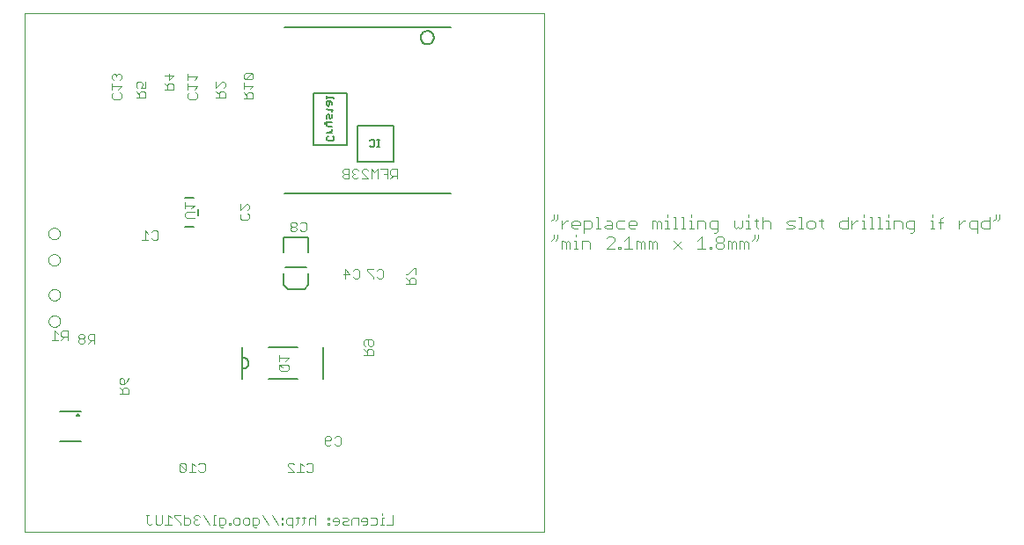
<source format=gbo>
G75*
%MOIN*%
%OFA0B0*%
%FSLAX24Y24*%
%IPPOS*%
%LPD*%
%AMOC8*
5,1,8,0,0,1.08239X$1,22.5*
%
%ADD10C,0.0000*%
%ADD11C,0.0040*%
%ADD12C,0.0080*%
%ADD13C,0.0050*%
%ADD14C,0.0030*%
D10*
X000350Y000350D02*
X000350Y020035D01*
X020035Y020035D01*
X020035Y000350D01*
X000350Y000350D01*
X001267Y008344D02*
X001269Y008373D01*
X001275Y008401D01*
X001284Y008429D01*
X001297Y008455D01*
X001314Y008478D01*
X001333Y008500D01*
X001355Y008519D01*
X001380Y008534D01*
X001406Y008547D01*
X001434Y008555D01*
X001462Y008560D01*
X001491Y008561D01*
X001520Y008558D01*
X001548Y008551D01*
X001575Y008541D01*
X001601Y008527D01*
X001624Y008510D01*
X001645Y008490D01*
X001663Y008467D01*
X001678Y008442D01*
X001689Y008415D01*
X001697Y008387D01*
X001701Y008358D01*
X001701Y008330D01*
X001697Y008301D01*
X001689Y008273D01*
X001678Y008246D01*
X001663Y008221D01*
X001645Y008198D01*
X001624Y008178D01*
X001601Y008161D01*
X001575Y008147D01*
X001548Y008137D01*
X001520Y008130D01*
X001491Y008127D01*
X001462Y008128D01*
X001434Y008133D01*
X001406Y008141D01*
X001380Y008154D01*
X001355Y008169D01*
X001333Y008188D01*
X001314Y008210D01*
X001297Y008233D01*
X001284Y008259D01*
X001275Y008287D01*
X001269Y008315D01*
X001267Y008344D01*
X001267Y009344D02*
X001269Y009373D01*
X001275Y009401D01*
X001284Y009429D01*
X001297Y009455D01*
X001314Y009478D01*
X001333Y009500D01*
X001355Y009519D01*
X001380Y009534D01*
X001406Y009547D01*
X001434Y009555D01*
X001462Y009560D01*
X001491Y009561D01*
X001520Y009558D01*
X001548Y009551D01*
X001575Y009541D01*
X001601Y009527D01*
X001624Y009510D01*
X001645Y009490D01*
X001663Y009467D01*
X001678Y009442D01*
X001689Y009415D01*
X001697Y009387D01*
X001701Y009358D01*
X001701Y009330D01*
X001697Y009301D01*
X001689Y009273D01*
X001678Y009246D01*
X001663Y009221D01*
X001645Y009198D01*
X001624Y009178D01*
X001601Y009161D01*
X001575Y009147D01*
X001548Y009137D01*
X001520Y009130D01*
X001491Y009127D01*
X001462Y009128D01*
X001434Y009133D01*
X001406Y009141D01*
X001380Y009154D01*
X001355Y009169D01*
X001333Y009188D01*
X001314Y009210D01*
X001297Y009233D01*
X001284Y009259D01*
X001275Y009287D01*
X001269Y009315D01*
X001267Y009344D01*
X001259Y010670D02*
X001261Y010699D01*
X001267Y010727D01*
X001276Y010755D01*
X001289Y010781D01*
X001306Y010804D01*
X001325Y010826D01*
X001347Y010845D01*
X001372Y010860D01*
X001398Y010873D01*
X001426Y010881D01*
X001454Y010886D01*
X001483Y010887D01*
X001512Y010884D01*
X001540Y010877D01*
X001567Y010867D01*
X001593Y010853D01*
X001616Y010836D01*
X001637Y010816D01*
X001655Y010793D01*
X001670Y010768D01*
X001681Y010741D01*
X001689Y010713D01*
X001693Y010684D01*
X001693Y010656D01*
X001689Y010627D01*
X001681Y010599D01*
X001670Y010572D01*
X001655Y010547D01*
X001637Y010524D01*
X001616Y010504D01*
X001593Y010487D01*
X001567Y010473D01*
X001540Y010463D01*
X001512Y010456D01*
X001483Y010453D01*
X001454Y010454D01*
X001426Y010459D01*
X001398Y010467D01*
X001372Y010480D01*
X001347Y010495D01*
X001325Y010514D01*
X001306Y010536D01*
X001289Y010559D01*
X001276Y010585D01*
X001267Y010613D01*
X001261Y010641D01*
X001259Y010670D01*
X001259Y011670D02*
X001261Y011699D01*
X001267Y011727D01*
X001276Y011755D01*
X001289Y011781D01*
X001306Y011804D01*
X001325Y011826D01*
X001347Y011845D01*
X001372Y011860D01*
X001398Y011873D01*
X001426Y011881D01*
X001454Y011886D01*
X001483Y011887D01*
X001512Y011884D01*
X001540Y011877D01*
X001567Y011867D01*
X001593Y011853D01*
X001616Y011836D01*
X001637Y011816D01*
X001655Y011793D01*
X001670Y011768D01*
X001681Y011741D01*
X001689Y011713D01*
X001693Y011684D01*
X001693Y011656D01*
X001689Y011627D01*
X001681Y011599D01*
X001670Y011572D01*
X001655Y011547D01*
X001637Y011524D01*
X001616Y011504D01*
X001593Y011487D01*
X001567Y011473D01*
X001540Y011463D01*
X001512Y011456D01*
X001483Y011453D01*
X001454Y011454D01*
X001426Y011459D01*
X001398Y011467D01*
X001372Y011480D01*
X001347Y011495D01*
X001325Y011514D01*
X001306Y011536D01*
X001289Y011559D01*
X001276Y011585D01*
X001267Y011613D01*
X001261Y011641D01*
X001259Y011670D01*
D11*
X004804Y011432D02*
X005040Y011432D01*
X004922Y011432D02*
X004922Y011786D01*
X005040Y011668D01*
X005167Y011727D02*
X005226Y011786D01*
X005344Y011786D01*
X005403Y011727D01*
X005403Y011491D01*
X005344Y011432D01*
X005226Y011432D01*
X005167Y011491D01*
X006434Y012312D02*
X006434Y012430D01*
X006493Y012489D01*
X006788Y012489D01*
X006670Y012616D02*
X006788Y012734D01*
X006434Y012734D01*
X006434Y012616D02*
X006434Y012852D01*
X006434Y012312D02*
X006493Y012253D01*
X006788Y012253D01*
X008512Y012257D02*
X008571Y012198D01*
X008807Y012198D01*
X008866Y012257D01*
X008866Y012375D01*
X008807Y012434D01*
X008807Y012561D02*
X008866Y012620D01*
X008866Y012738D01*
X008807Y012797D01*
X008748Y012797D01*
X008512Y012561D01*
X008512Y012797D01*
X008571Y012434D02*
X008512Y012375D01*
X008512Y012257D01*
X010417Y012045D02*
X010417Y011986D01*
X010476Y011927D01*
X010594Y011927D01*
X010653Y011986D01*
X010653Y012045D01*
X010594Y012104D01*
X010476Y012104D01*
X010417Y012045D01*
X010476Y011927D02*
X010417Y011868D01*
X010417Y011809D01*
X010476Y011750D01*
X010594Y011750D01*
X010653Y011809D01*
X010653Y011868D01*
X010594Y011927D01*
X010779Y012045D02*
X010838Y012104D01*
X010956Y012104D01*
X011015Y012045D01*
X011015Y011809D01*
X010956Y011750D01*
X010838Y011750D01*
X010779Y011809D01*
X012483Y010317D02*
X012660Y010140D01*
X012424Y010140D01*
X012483Y009963D02*
X012483Y010317D01*
X012787Y010258D02*
X012846Y010317D01*
X012964Y010317D01*
X013023Y010258D01*
X013023Y010022D01*
X012964Y009963D01*
X012846Y009963D01*
X012787Y010022D01*
X013329Y010266D02*
X013565Y010030D01*
X013565Y009971D01*
X013691Y010030D02*
X013750Y009971D01*
X013868Y009971D01*
X013927Y010030D01*
X013927Y010266D01*
X013868Y010325D01*
X013750Y010325D01*
X013691Y010266D01*
X013565Y010325D02*
X013329Y010325D01*
X013329Y010266D01*
X014804Y010118D02*
X014863Y010118D01*
X015099Y010354D01*
X015158Y010354D01*
X015158Y010118D01*
X015099Y009991D02*
X014981Y009991D01*
X014922Y009932D01*
X014922Y009755D01*
X014804Y009755D02*
X015158Y009755D01*
X015158Y009932D01*
X015099Y009991D01*
X014922Y009873D02*
X014804Y009991D01*
X013488Y007643D02*
X013547Y007584D01*
X013547Y007466D01*
X013488Y007407D01*
X013429Y007407D01*
X013370Y007466D01*
X013370Y007643D01*
X013252Y007643D02*
X013488Y007643D01*
X013252Y007643D02*
X013193Y007584D01*
X013193Y007466D01*
X013252Y007407D01*
X013193Y007281D02*
X013311Y007163D01*
X013311Y007222D02*
X013311Y007045D01*
X013193Y007045D02*
X013547Y007045D01*
X013547Y007222D01*
X013488Y007281D01*
X013370Y007281D01*
X013311Y007222D01*
X010351Y006951D02*
X010233Y006833D01*
X010292Y006706D02*
X010056Y006706D01*
X009997Y006647D01*
X009997Y006529D01*
X010056Y006470D01*
X010292Y006470D01*
X010351Y006529D01*
X010351Y006647D01*
X010292Y006706D01*
X010115Y006588D02*
X009997Y006706D01*
X009997Y006833D02*
X009997Y007069D01*
X009997Y006951D02*
X010351Y006951D01*
X011790Y003987D02*
X011908Y003987D01*
X011967Y003928D01*
X011967Y003869D01*
X011908Y003810D01*
X011731Y003810D01*
X011731Y003692D02*
X011731Y003928D01*
X011790Y003987D01*
X011731Y003692D02*
X011790Y003633D01*
X011908Y003633D01*
X011967Y003692D01*
X012094Y003692D02*
X012153Y003633D01*
X012271Y003633D01*
X012330Y003692D01*
X012330Y003928D01*
X012271Y003987D01*
X012153Y003987D01*
X012094Y003928D01*
X011213Y002968D02*
X011272Y002909D01*
X011272Y002673D01*
X011213Y002614D01*
X011095Y002614D01*
X011036Y002673D01*
X010910Y002614D02*
X010674Y002614D01*
X010792Y002614D02*
X010792Y002968D01*
X010910Y002850D01*
X011036Y002909D02*
X011095Y002968D01*
X011213Y002968D01*
X010547Y002909D02*
X010488Y002968D01*
X010370Y002968D01*
X010311Y002909D01*
X010311Y002850D01*
X010547Y002614D01*
X010311Y002614D01*
X010685Y000934D02*
X010685Y000698D01*
X010626Y000639D01*
X010502Y000639D02*
X010325Y000639D01*
X010266Y000698D01*
X010266Y000816D01*
X010325Y000875D01*
X010502Y000875D01*
X010502Y000521D01*
X010139Y000639D02*
X010139Y000698D01*
X010080Y000698D01*
X010080Y000639D01*
X010139Y000639D01*
X010139Y000816D02*
X010139Y000875D01*
X010080Y000875D01*
X010080Y000816D01*
X010139Y000816D01*
X009958Y000639D02*
X009722Y000993D01*
X009360Y000993D02*
X009596Y000639D01*
X009233Y000698D02*
X009233Y000816D01*
X009174Y000875D01*
X008997Y000875D01*
X008997Y000580D01*
X009056Y000521D01*
X009115Y000521D01*
X009174Y000639D02*
X008997Y000639D01*
X008871Y000698D02*
X008812Y000639D01*
X008694Y000639D01*
X008635Y000698D01*
X008635Y000816D01*
X008694Y000875D01*
X008812Y000875D01*
X008871Y000816D01*
X008871Y000698D01*
X009174Y000639D02*
X009233Y000698D01*
X008508Y000698D02*
X008449Y000639D01*
X008331Y000639D01*
X008272Y000698D01*
X008272Y000816D01*
X008331Y000875D01*
X008449Y000875D01*
X008508Y000816D01*
X008508Y000698D01*
X008146Y000698D02*
X008087Y000698D01*
X008087Y000639D01*
X008146Y000639D01*
X008146Y000698D01*
X007964Y000698D02*
X007905Y000639D01*
X007728Y000639D01*
X007728Y000580D02*
X007728Y000875D01*
X007905Y000875D01*
X007964Y000816D01*
X007964Y000698D01*
X007846Y000521D02*
X007787Y000521D01*
X007728Y000580D01*
X007602Y000639D02*
X007484Y000639D01*
X007543Y000639D02*
X007543Y000993D01*
X007602Y000993D01*
X007360Y000639D02*
X007124Y000993D01*
X006998Y000934D02*
X006939Y000993D01*
X006821Y000993D01*
X006762Y000934D01*
X006762Y000875D01*
X006821Y000816D01*
X006762Y000757D01*
X006762Y000698D01*
X006821Y000639D01*
X006939Y000639D01*
X006998Y000698D01*
X006880Y000816D02*
X006821Y000816D01*
X006635Y000816D02*
X006635Y000698D01*
X006576Y000639D01*
X006399Y000639D01*
X006399Y000993D01*
X006399Y000875D02*
X006576Y000875D01*
X006635Y000816D01*
X006273Y000698D02*
X006273Y000639D01*
X006273Y000698D02*
X006037Y000934D01*
X006037Y000993D01*
X006273Y000993D01*
X005910Y000875D02*
X005792Y000993D01*
X005792Y000639D01*
X005910Y000639D02*
X005674Y000639D01*
X005547Y000698D02*
X005547Y000993D01*
X005311Y000993D02*
X005311Y000698D01*
X005370Y000639D01*
X005488Y000639D01*
X005547Y000698D01*
X005185Y000698D02*
X005126Y000639D01*
X005067Y000639D01*
X005008Y000698D01*
X005008Y000993D01*
X005067Y000993D02*
X004949Y000993D01*
X006275Y002620D02*
X006393Y002620D01*
X006452Y002679D01*
X006216Y002915D01*
X006216Y002679D01*
X006275Y002620D01*
X006452Y002679D02*
X006452Y002915D01*
X006393Y002974D01*
X006275Y002974D01*
X006216Y002915D01*
X006697Y002974D02*
X006697Y002620D01*
X006815Y002620D02*
X006579Y002620D01*
X006941Y002679D02*
X007000Y002620D01*
X007118Y002620D01*
X007177Y002679D01*
X007177Y002915D01*
X007118Y002974D01*
X007000Y002974D01*
X006941Y002915D01*
X006815Y002856D02*
X006697Y002974D01*
X010626Y000875D02*
X010744Y000875D01*
X010867Y000875D02*
X010985Y000875D01*
X010926Y000934D02*
X010926Y000698D01*
X010867Y000639D01*
X011112Y000639D02*
X011112Y000816D01*
X011171Y000875D01*
X011289Y000875D01*
X011348Y000816D01*
X011348Y000993D02*
X011348Y000639D01*
X011832Y000639D02*
X011891Y000639D01*
X011891Y000698D01*
X011832Y000698D01*
X011832Y000639D01*
X011832Y000816D02*
X011891Y000816D01*
X011891Y000875D01*
X011832Y000875D01*
X011832Y000816D01*
X012018Y000816D02*
X012018Y000757D01*
X012254Y000757D01*
X012254Y000698D02*
X012254Y000816D01*
X012195Y000875D01*
X012077Y000875D01*
X012018Y000816D01*
X012077Y000639D02*
X012195Y000639D01*
X012254Y000698D01*
X012381Y000698D02*
X012440Y000757D01*
X012558Y000757D01*
X012617Y000816D01*
X012558Y000875D01*
X012381Y000875D01*
X012381Y000698D02*
X012440Y000639D01*
X012617Y000639D01*
X012743Y000639D02*
X012743Y000816D01*
X012802Y000875D01*
X012979Y000875D01*
X012979Y000639D01*
X013106Y000757D02*
X013342Y000757D01*
X013342Y000698D02*
X013342Y000816D01*
X013283Y000875D01*
X013165Y000875D01*
X013106Y000816D01*
X013106Y000757D01*
X013165Y000639D02*
X013283Y000639D01*
X013342Y000698D01*
X013468Y000639D02*
X013645Y000639D01*
X013704Y000698D01*
X013704Y000816D01*
X013645Y000875D01*
X013468Y000875D01*
X013887Y000875D02*
X013887Y000639D01*
X013946Y000639D02*
X013828Y000639D01*
X013887Y000875D02*
X013946Y000875D01*
X013887Y000993D02*
X013887Y001052D01*
X014308Y000993D02*
X014308Y000639D01*
X014072Y000639D01*
X004300Y005593D02*
X004300Y005770D01*
X004241Y005829D01*
X004123Y005829D01*
X004064Y005770D01*
X004064Y005593D01*
X003946Y005593D02*
X004300Y005593D01*
X004064Y005711D02*
X003946Y005829D01*
X004005Y005956D02*
X003946Y006015D01*
X003946Y006133D01*
X004005Y006192D01*
X004064Y006192D01*
X004123Y006133D01*
X004123Y005956D01*
X004005Y005956D01*
X004123Y005956D02*
X004241Y006074D01*
X004300Y006192D01*
X002998Y007504D02*
X002998Y007858D01*
X002821Y007858D01*
X002762Y007799D01*
X002762Y007681D01*
X002821Y007622D01*
X002998Y007622D01*
X002880Y007622D02*
X002762Y007504D01*
X002635Y007563D02*
X002635Y007622D01*
X002576Y007681D01*
X002458Y007681D01*
X002399Y007622D01*
X002399Y007563D01*
X002458Y007504D01*
X002576Y007504D01*
X002635Y007563D01*
X002576Y007681D02*
X002635Y007740D01*
X002635Y007799D01*
X002576Y007858D01*
X002458Y007858D01*
X002399Y007799D01*
X002399Y007740D01*
X002458Y007681D01*
X001978Y007629D02*
X001978Y007983D01*
X001801Y007983D01*
X001742Y007924D01*
X001742Y007806D01*
X001801Y007747D01*
X001978Y007747D01*
X001860Y007747D02*
X001742Y007629D01*
X001615Y007629D02*
X001379Y007629D01*
X001497Y007629D02*
X001497Y007983D01*
X001615Y007865D01*
X003720Y016772D02*
X003661Y016831D01*
X003661Y016949D01*
X003720Y017008D01*
X003661Y017135D02*
X003661Y017371D01*
X003661Y017253D02*
X004015Y017253D01*
X003897Y017135D01*
X003956Y017008D02*
X004015Y016949D01*
X004015Y016831D01*
X003956Y016772D01*
X003720Y016772D01*
X003720Y017497D02*
X003661Y017556D01*
X003661Y017674D01*
X003720Y017733D01*
X003779Y017733D01*
X003838Y017674D01*
X003838Y017615D01*
X003838Y017674D02*
X003897Y017733D01*
X003956Y017733D01*
X004015Y017674D01*
X004015Y017556D01*
X003956Y017497D01*
X004582Y017358D02*
X004582Y017240D01*
X004641Y017181D01*
X004759Y017181D02*
X004818Y017299D01*
X004818Y017358D01*
X004759Y017417D01*
X004641Y017417D01*
X004582Y017358D01*
X004759Y017181D02*
X004936Y017181D01*
X004936Y017417D01*
X005647Y017369D02*
X005765Y017251D01*
X005765Y017310D02*
X005765Y017133D01*
X005647Y017133D02*
X006001Y017133D01*
X006001Y017310D01*
X005942Y017369D01*
X005824Y017369D01*
X005765Y017310D01*
X005824Y017495D02*
X005824Y017731D01*
X006001Y017672D02*
X005824Y017495D01*
X005647Y017672D02*
X006001Y017672D01*
X006541Y017615D02*
X006895Y017615D01*
X006777Y017497D01*
X006541Y017497D02*
X006541Y017733D01*
X006541Y017370D02*
X006541Y017134D01*
X006541Y017252D02*
X006895Y017252D01*
X006777Y017134D01*
X006836Y017008D02*
X006895Y016949D01*
X006895Y016831D01*
X006836Y016772D01*
X006600Y016772D01*
X006541Y016831D01*
X006541Y016949D01*
X006600Y017008D01*
X007597Y017060D02*
X007715Y016942D01*
X007715Y017001D02*
X007715Y016824D01*
X007597Y016824D02*
X007951Y016824D01*
X007951Y017001D01*
X007892Y017060D01*
X007774Y017060D01*
X007715Y017001D01*
X007597Y017187D02*
X007833Y017423D01*
X007892Y017423D01*
X007951Y017364D01*
X007951Y017246D01*
X007892Y017187D01*
X007597Y017187D02*
X007597Y017423D01*
X008652Y017383D02*
X008652Y017147D01*
X008652Y017265D02*
X009006Y017265D01*
X008888Y017147D01*
X008947Y017020D02*
X008829Y017020D01*
X008770Y016961D01*
X008770Y016784D01*
X008770Y016902D02*
X008652Y017020D01*
X008652Y016784D02*
X009006Y016784D01*
X009006Y016961D01*
X008947Y017020D01*
X008947Y017509D02*
X009006Y017568D01*
X009006Y017686D01*
X008947Y017745D01*
X008711Y017509D01*
X008652Y017568D01*
X008652Y017686D01*
X008711Y017745D01*
X008947Y017745D01*
X008947Y017509D02*
X008711Y017509D01*
X004936Y016995D02*
X004936Y016818D01*
X004582Y016818D01*
X004700Y016818D02*
X004700Y016995D01*
X004759Y017054D01*
X004877Y017054D01*
X004936Y016995D01*
X004700Y016936D02*
X004582Y017054D01*
X020307Y012152D02*
X020383Y012228D01*
X020383Y012382D01*
X020537Y012382D02*
X020537Y012228D01*
X020460Y012152D01*
X020690Y012152D02*
X020690Y011845D01*
X020690Y011998D02*
X020844Y012152D01*
X020921Y012152D01*
X021074Y012075D02*
X021151Y012152D01*
X021304Y012152D01*
X021381Y012075D01*
X021381Y011998D01*
X021074Y011998D01*
X021074Y011921D02*
X021074Y012075D01*
X021074Y011921D02*
X021151Y011845D01*
X021304Y011845D01*
X021227Y011632D02*
X021227Y011555D01*
X021227Y011402D02*
X021227Y011095D01*
X021151Y011095D02*
X021304Y011095D01*
X021458Y011095D02*
X021458Y011402D01*
X021688Y011402D01*
X021765Y011325D01*
X021765Y011095D01*
X021227Y011402D02*
X021151Y011402D01*
X020997Y011325D02*
X020997Y011095D01*
X020844Y011095D02*
X020844Y011325D01*
X020921Y011402D01*
X020997Y011325D01*
X020844Y011325D02*
X020767Y011402D01*
X020690Y011402D01*
X020690Y011095D01*
X020460Y011402D02*
X020537Y011478D01*
X020537Y011632D01*
X020383Y011632D02*
X020383Y011478D01*
X020307Y011402D01*
X021534Y011691D02*
X021534Y012152D01*
X021765Y012152D01*
X021841Y012075D01*
X021841Y011921D01*
X021765Y011845D01*
X021534Y011845D01*
X021995Y011845D02*
X022148Y011845D01*
X022071Y011845D02*
X022071Y012305D01*
X021995Y012305D01*
X022378Y012152D02*
X022532Y012152D01*
X022609Y012075D01*
X022609Y011845D01*
X022378Y011845D01*
X022302Y011921D01*
X022378Y011998D01*
X022609Y011998D01*
X022762Y011921D02*
X022839Y011845D01*
X023069Y011845D01*
X023222Y011921D02*
X023222Y012075D01*
X023299Y012152D01*
X023453Y012152D01*
X023529Y012075D01*
X023529Y011998D01*
X023222Y011998D01*
X023222Y011921D02*
X023299Y011845D01*
X023453Y011845D01*
X023069Y012152D02*
X022839Y012152D01*
X022762Y012075D01*
X022762Y011921D01*
X022609Y011555D02*
X022455Y011555D01*
X022378Y011478D01*
X022609Y011555D02*
X022685Y011478D01*
X022685Y011402D01*
X022378Y011095D01*
X022685Y011095D01*
X022839Y011095D02*
X022916Y011095D01*
X022916Y011171D01*
X022839Y011171D01*
X022839Y011095D01*
X023069Y011095D02*
X023376Y011095D01*
X023529Y011095D02*
X023529Y011402D01*
X023606Y011402D01*
X023683Y011325D01*
X023760Y011402D01*
X023836Y011325D01*
X023836Y011095D01*
X023683Y011095D02*
X023683Y011325D01*
X023990Y011402D02*
X023990Y011095D01*
X024143Y011095D02*
X024143Y011325D01*
X024220Y011402D01*
X024297Y011325D01*
X024297Y011095D01*
X024143Y011325D02*
X024067Y011402D01*
X023990Y011402D01*
X023222Y011555D02*
X023222Y011095D01*
X023069Y011402D02*
X023222Y011555D01*
X024143Y011845D02*
X024143Y012152D01*
X024220Y012152D01*
X024297Y012075D01*
X024373Y012152D01*
X024450Y012075D01*
X024450Y011845D01*
X024297Y011845D02*
X024297Y012075D01*
X024604Y012152D02*
X024680Y012152D01*
X024680Y011845D01*
X024604Y011845D02*
X024757Y011845D01*
X024911Y011845D02*
X025064Y011845D01*
X024987Y011845D02*
X024987Y012305D01*
X024911Y012305D01*
X024680Y012305D02*
X024680Y012382D01*
X025217Y012305D02*
X025294Y012305D01*
X025294Y011845D01*
X025217Y011845D02*
X025371Y011845D01*
X025524Y011845D02*
X025678Y011845D01*
X025601Y011845D02*
X025601Y012152D01*
X025524Y012152D01*
X025601Y012305D02*
X025601Y012382D01*
X025831Y012152D02*
X026062Y012152D01*
X026138Y012075D01*
X026138Y011845D01*
X026292Y011921D02*
X026368Y011845D01*
X026599Y011845D01*
X026599Y011768D02*
X026599Y012152D01*
X026368Y012152D01*
X026292Y012075D01*
X026292Y011921D01*
X026445Y011691D02*
X026522Y011691D01*
X026599Y011768D01*
X026599Y011555D02*
X026752Y011555D01*
X026829Y011478D01*
X026829Y011402D01*
X026752Y011325D01*
X026599Y011325D01*
X026522Y011402D01*
X026522Y011478D01*
X026599Y011555D01*
X026599Y011325D02*
X026522Y011248D01*
X026522Y011171D01*
X026599Y011095D01*
X026752Y011095D01*
X026829Y011171D01*
X026829Y011248D01*
X026752Y011325D01*
X026982Y011402D02*
X027059Y011402D01*
X027136Y011325D01*
X027213Y011402D01*
X027289Y011325D01*
X027289Y011095D01*
X027136Y011095D02*
X027136Y011325D01*
X026982Y011402D02*
X026982Y011095D01*
X027443Y011095D02*
X027443Y011402D01*
X027519Y011402D01*
X027596Y011325D01*
X027673Y011402D01*
X027750Y011325D01*
X027750Y011095D01*
X027596Y011095D02*
X027596Y011325D01*
X027903Y011402D02*
X027980Y011478D01*
X027980Y011632D01*
X028133Y011632D02*
X028133Y011478D01*
X028057Y011402D01*
X028133Y011845D02*
X028057Y011921D01*
X028057Y012228D01*
X028133Y012152D02*
X027980Y012152D01*
X027750Y012152D02*
X027750Y011845D01*
X027826Y011845D02*
X027673Y011845D01*
X027519Y011921D02*
X027519Y012152D01*
X027673Y012152D02*
X027750Y012152D01*
X027750Y012305D02*
X027750Y012382D01*
X027213Y012152D02*
X027213Y011921D01*
X027289Y011845D01*
X027366Y011921D01*
X027443Y011845D01*
X027519Y011921D01*
X028287Y011845D02*
X028287Y012305D01*
X028364Y012152D02*
X028517Y012152D01*
X028594Y012075D01*
X028594Y011845D01*
X028287Y012075D02*
X028364Y012152D01*
X029208Y012075D02*
X029284Y011998D01*
X029438Y011998D01*
X029514Y011921D01*
X029438Y011845D01*
X029208Y011845D01*
X029208Y012075D02*
X029284Y012152D01*
X029514Y012152D01*
X029668Y012305D02*
X029745Y012305D01*
X029745Y011845D01*
X029821Y011845D02*
X029668Y011845D01*
X029975Y011921D02*
X029975Y012075D01*
X030052Y012152D01*
X030205Y012152D01*
X030282Y012075D01*
X030282Y011921D01*
X030205Y011845D01*
X030052Y011845D01*
X029975Y011921D01*
X030435Y012152D02*
X030589Y012152D01*
X030512Y012228D02*
X030512Y011921D01*
X030589Y011845D01*
X031203Y011921D02*
X031203Y012075D01*
X031279Y012152D01*
X031510Y012152D01*
X031663Y012152D02*
X031663Y011845D01*
X031663Y011998D02*
X031816Y012152D01*
X031893Y012152D01*
X032047Y012152D02*
X032123Y012152D01*
X032123Y011845D01*
X032047Y011845D02*
X032200Y011845D01*
X032354Y011845D02*
X032507Y011845D01*
X032430Y011845D02*
X032430Y012305D01*
X032354Y012305D01*
X032123Y012305D02*
X032123Y012382D01*
X032661Y012305D02*
X032737Y012305D01*
X032737Y011845D01*
X032661Y011845D02*
X032814Y011845D01*
X032967Y011845D02*
X033121Y011845D01*
X033044Y011845D02*
X033044Y012152D01*
X032967Y012152D01*
X033044Y012305D02*
X033044Y012382D01*
X033274Y012152D02*
X033505Y012152D01*
X033581Y012075D01*
X033581Y011845D01*
X033735Y011921D02*
X033811Y011845D01*
X034042Y011845D01*
X034042Y011768D02*
X034042Y012152D01*
X033811Y012152D01*
X033735Y012075D01*
X033735Y011921D01*
X033888Y011691D02*
X033965Y011691D01*
X034042Y011768D01*
X034656Y011845D02*
X034809Y011845D01*
X034732Y011845D02*
X034732Y012152D01*
X034656Y012152D01*
X034732Y012305D02*
X034732Y012382D01*
X035039Y012228D02*
X035116Y012305D01*
X035039Y012228D02*
X035039Y011845D01*
X034962Y012075D02*
X035116Y012075D01*
X035730Y012152D02*
X035730Y011845D01*
X035730Y011998D02*
X035883Y012152D01*
X035960Y012152D01*
X036113Y012075D02*
X036113Y011921D01*
X036190Y011845D01*
X036420Y011845D01*
X036420Y011691D02*
X036420Y012152D01*
X036190Y012152D01*
X036113Y012075D01*
X036574Y012075D02*
X036574Y011921D01*
X036651Y011845D01*
X036881Y011845D01*
X036881Y012305D01*
X036881Y012152D02*
X036651Y012152D01*
X036574Y012075D01*
X037034Y012152D02*
X037111Y012228D01*
X037111Y012382D01*
X037264Y012382D02*
X037264Y012228D01*
X037188Y012152D01*
X033274Y012152D02*
X033274Y011845D01*
X031510Y011845D02*
X031279Y011845D01*
X031203Y011921D01*
X031510Y011845D02*
X031510Y012305D01*
X026368Y011171D02*
X026368Y011095D01*
X026292Y011095D01*
X026292Y011171D01*
X026368Y011171D01*
X026138Y011095D02*
X025831Y011095D01*
X025985Y011095D02*
X025985Y011555D01*
X025831Y011402D01*
X025217Y011402D02*
X024911Y011095D01*
X025217Y011095D02*
X024911Y011402D01*
X025831Y011845D02*
X025831Y012152D01*
D12*
X016500Y013200D02*
X010200Y013200D01*
X012956Y014381D02*
X014334Y014381D01*
X014334Y015759D01*
X012956Y015759D01*
X012956Y014381D01*
X012563Y015031D02*
X011303Y015031D01*
X011303Y017000D01*
X012563Y017000D01*
X012563Y015031D01*
X006926Y012576D02*
X006926Y012365D01*
X006776Y011910D02*
X006438Y011910D01*
X006438Y013030D02*
X006776Y013030D01*
X010162Y011539D02*
X010162Y010948D01*
X010162Y011539D02*
X011107Y011539D01*
X011107Y010948D01*
X011107Y010161D02*
X011107Y009728D01*
X010950Y009570D01*
X010320Y009570D01*
X010162Y009728D01*
X010162Y010161D01*
X010683Y007345D02*
X009580Y007345D01*
X008596Y007345D02*
X008596Y006164D01*
X008635Y006558D02*
X008662Y006560D01*
X008688Y006565D01*
X008713Y006574D01*
X008737Y006587D01*
X008759Y006602D01*
X008779Y006621D01*
X008796Y006641D01*
X008810Y006664D01*
X008821Y006689D01*
X008828Y006715D01*
X008832Y006742D01*
X008832Y006768D01*
X008828Y006795D01*
X008821Y006821D01*
X008810Y006846D01*
X008796Y006869D01*
X008779Y006889D01*
X008759Y006908D01*
X008737Y006923D01*
X008713Y006936D01*
X008688Y006945D01*
X008662Y006950D01*
X008635Y006952D01*
X009580Y006164D02*
X010683Y006164D01*
X011667Y006164D02*
X011667Y007345D01*
X010200Y019500D02*
X016500Y019500D01*
D13*
X015350Y019100D02*
X015352Y019131D01*
X015358Y019162D01*
X015368Y019192D01*
X015381Y019220D01*
X015398Y019247D01*
X015418Y019271D01*
X015441Y019293D01*
X015466Y019311D01*
X015494Y019326D01*
X015523Y019338D01*
X015553Y019346D01*
X015584Y019350D01*
X015616Y019350D01*
X015647Y019346D01*
X015677Y019338D01*
X015706Y019326D01*
X015734Y019311D01*
X015759Y019293D01*
X015782Y019271D01*
X015802Y019247D01*
X015819Y019220D01*
X015832Y019192D01*
X015842Y019162D01*
X015848Y019131D01*
X015850Y019100D01*
X015848Y019069D01*
X015842Y019038D01*
X015832Y019008D01*
X015819Y018980D01*
X015802Y018953D01*
X015782Y018929D01*
X015759Y018907D01*
X015734Y018889D01*
X015706Y018874D01*
X015677Y018862D01*
X015647Y018854D01*
X015616Y018850D01*
X015584Y018850D01*
X015553Y018854D01*
X015523Y018862D01*
X015494Y018874D01*
X015466Y018889D01*
X015441Y018907D01*
X015418Y018929D01*
X015398Y018953D01*
X015381Y018980D01*
X015368Y019008D01*
X015358Y019038D01*
X015352Y019069D01*
X015350Y019100D01*
X012065Y016833D02*
X011800Y016833D01*
X011800Y016789D02*
X011800Y016877D01*
X011800Y016676D02*
X011800Y016543D01*
X011844Y016499D01*
X011889Y016543D01*
X011889Y016676D01*
X011933Y016676D02*
X011800Y016676D01*
X011933Y016676D02*
X011977Y016632D01*
X011977Y016543D01*
X011977Y016394D02*
X011977Y016306D01*
X012021Y016350D02*
X011844Y016350D01*
X011800Y016394D01*
X011844Y016192D02*
X011889Y016148D01*
X011889Y016060D01*
X011933Y016016D01*
X011977Y016060D01*
X011977Y016192D01*
X011844Y016192D02*
X011800Y016148D01*
X011800Y016016D01*
X011800Y015902D02*
X011800Y015770D01*
X011844Y015726D01*
X011977Y015726D01*
X011977Y015617D02*
X011977Y015572D01*
X011889Y015484D01*
X011977Y015484D02*
X011800Y015484D01*
X011844Y015371D02*
X011800Y015326D01*
X011800Y015238D01*
X011844Y015194D01*
X012021Y015194D01*
X012065Y015238D01*
X012065Y015326D01*
X012021Y015371D01*
X011712Y015814D02*
X011712Y015858D01*
X011756Y015902D01*
X011977Y015902D01*
X012065Y016789D02*
X012065Y016833D01*
X013472Y015223D02*
X013560Y015223D01*
X013604Y015179D01*
X013604Y015002D01*
X013560Y014958D01*
X013472Y014958D01*
X013427Y015002D01*
X013427Y015179D02*
X013472Y015223D01*
X013709Y015223D02*
X013797Y015223D01*
X013753Y015223D02*
X013753Y014958D01*
X013797Y014958D02*
X013709Y014958D01*
X011035Y010404D02*
X010235Y010404D01*
X002494Y004915D02*
X001706Y004915D01*
X002337Y004783D02*
X002339Y004795D01*
X002344Y004806D01*
X002353Y004815D01*
X002364Y004820D01*
X002376Y004822D01*
X002388Y004820D01*
X002399Y004815D01*
X002408Y004806D01*
X002413Y004795D01*
X002415Y004783D01*
X002413Y004771D01*
X002408Y004760D01*
X002399Y004751D01*
X002388Y004746D01*
X002376Y004744D01*
X002364Y004746D01*
X002353Y004751D01*
X002344Y004760D01*
X002339Y004771D01*
X002337Y004783D01*
X002494Y003785D02*
X001706Y003785D01*
D14*
X012392Y013813D02*
X012453Y013753D01*
X012635Y013753D01*
X012635Y014117D01*
X012453Y014117D01*
X012392Y014056D01*
X012392Y013995D01*
X012453Y013935D01*
X012635Y013935D01*
X012754Y013995D02*
X012815Y013935D01*
X012754Y013874D01*
X012754Y013813D01*
X012815Y013753D01*
X012936Y013753D01*
X012997Y013813D01*
X013117Y013753D02*
X013360Y013753D01*
X013117Y013995D01*
X013117Y014056D01*
X013178Y014117D01*
X013299Y014117D01*
X013360Y014056D01*
X013480Y014117D02*
X013480Y013753D01*
X013722Y013753D02*
X013722Y014117D01*
X013601Y013995D01*
X013480Y014117D01*
X013842Y014117D02*
X014085Y014117D01*
X014085Y013753D01*
X014205Y013753D02*
X014326Y013874D01*
X014265Y013874D02*
X014447Y013874D01*
X014447Y013753D02*
X014447Y014117D01*
X014265Y014117D01*
X014205Y014056D01*
X014205Y013935D01*
X014265Y013874D01*
X014085Y013935D02*
X013963Y013935D01*
X012997Y014056D02*
X012936Y014117D01*
X012815Y014117D01*
X012754Y014056D01*
X012754Y013995D01*
X012815Y013935D02*
X012876Y013935D01*
X012453Y013935D02*
X012392Y013874D01*
X012392Y013813D01*
M02*

</source>
